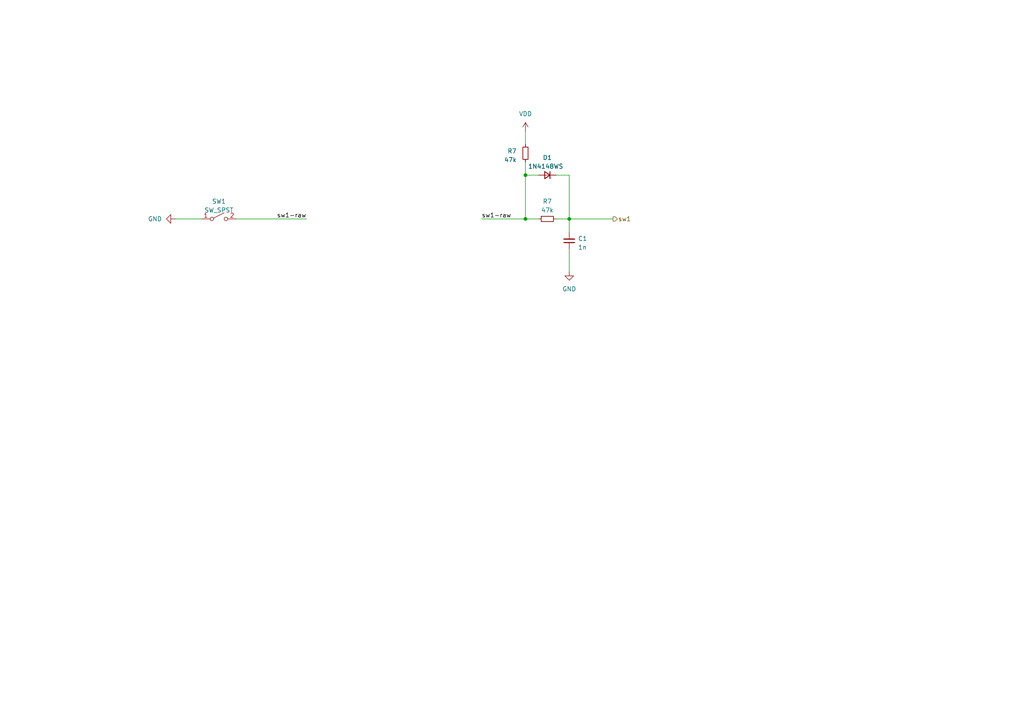
<source format=kicad_sch>
(kicad_sch (version 20230121) (generator eeschema)
  (paper "A4")
  (lib_symbols
    (symbol "Device:C_Small" (pin_numbers hide) (pin_names (offset 0.254) hide)
      (property "Reference" "C" (at 0.254 1.778 0))
      (property "Value" "C_Small" (at 0.254 -2.032 0))
      (symbol "C_Small_0_1"
        (polyline (pts (xy -1.524 -0.508) (xy 1.524 -0.508)) (stroke (width 0.3302)))
        (polyline (pts (xy -1.524 0.508) (xy 1.524 0.508)) (stroke (width 0.3048)))
      )
      (symbol "C_Small_1_1"
        (pin passive line (at 0 2.54 270) (length 2.032) (name "~") (number "1"))
        (pin passive line (at 0 -2.54 90) (length 2.032) (name "~") (number "2"))
      )
    )
    (symbol "Device:D_Small" (pin_numbers hide) (pin_names (offset 0.254) hide)
      (property "Reference" "D" (at -1.27 2.032 0))
      (property "Value" "D_Small" (at -3.81 -2.032 0))
      (symbol "D_Small_0_1"
        (polyline (pts (xy -0.762 -1.016) (xy -0.762 1.016)) (stroke (width 0.254)))
        (polyline (pts (xy -0.762 0) (xy 0.762 0)))
        (polyline (pts (xy 0.762 -1.016) (xy -0.762 0) (xy 0.762 1.016) (xy 0.762 -1.016)) (stroke (width 0.254)))
      )
      (symbol "D_Small_1_1"
        (pin passive line (at -2.54 0 0) (length 1.778) (name "K") (number "1"))
        (pin passive line (at 2.54 0 180) (length 1.778) (name "A") (number "2"))
      )
    )
    (symbol "Device:R_Small" (pin_numbers hide) (pin_names (offset 0.254) hide)
      (property "Reference" "R" (at 0.762 0.508 0))
      (property "Value" "R_Small" (at 0.762 -1.016 0))
      (symbol "R_Small_0_1"
        (rectangle (start -0.762 1.778) (end 0.762 -1.778) (stroke (width 0.2032)))
      )
      (symbol "R_Small_1_1"
        (pin passive line (at 0 2.54 270) (length 0.762) (name "~") (number "1"))
        (pin passive line (at 0 -2.54 90) (length 0.762) (name "~") (number "2"))
      )
    )
    (symbol "Switch:SW_SPST" (pin_names (offset 0) hide)
      (property "Reference" "SW" (at 0 3.175 0))
      (property "Value" "SW_SPST" (at 0 -2.54 0))
      (symbol "SW_SPST_0_0"
        (circle (center -2.032 0) (radius 0.508))
        (polyline (pts (xy -1.524 0.254) (xy 1.524 1.778)))
        (circle (center 2.032 0) (radius 0.508))
      )
      (symbol "SW_SPST_1_1"
        (pin passive line (at -5.08 0 0) (length 2.54) (name "A") (number "1"))
        (pin passive line (at 5.08 0 180) (length 2.54) (name "B") (number "2"))
      )
    )
    (symbol "power:GND" (power) (pin_names (offset 0))
      (property "Value" "GND" (at 0 -3.81 0))
      (symbol "GND_0_1"
        (polyline (pts (xy 0 0) (xy 0 -1.27) (xy 1.27 -1.27) (xy 0 -2.54) (xy -1.27 -1.27) (xy 0 -1.27)))
      )
      (symbol "GND_1_1"
        (pin power_in line (at 0 0 270) (length 0) hide (name "GND") (number "1"))
      )
    )
    (symbol "power:VDD" (power) (pin_names (offset 0))
      (property "Value" "VDD" (at 0 3.81 0))
      (symbol "VDD_0_1"
        (polyline (pts (xy -0.762 1.27) (xy 0 2.54)))
        (polyline (pts (xy 0 0) (xy 0 2.54)))
        (polyline (pts (xy 0 2.54) (xy 0.762 1.27)))
      )
      (symbol "VDD_1_1"
        (pin power_in line (at 0 0 90) (length 0) hide (name "VDD") (number "1"))
      )
    )
  )
  (junction (at 152.4 63.5))
  (junction (at 152.4 50.8))
  (junction (at 165.1 63.5))
  (wire (pts (xy 88.9 63.5) (xy 68.58 63.5)))
  (wire (pts (xy 161.29 63.5) (xy 165.1 63.5)))
  (wire (pts (xy 152.4 46.99) (xy 152.4 50.8)))
  (wire (pts (xy 58.42 63.5) (xy 50.8 63.5)))
  (wire (pts (xy 152.4 50.8) (xy 156.21 50.8)))
  (wire (pts (xy 165.1 63.5) (xy 165.1 67.31)))
  (wire (pts (xy 139.7 63.5) (xy 152.4 63.5)))
  (wire (pts (xy 152.4 50.8) (xy 152.4 63.5)))
  (wire (pts (xy 152.4 38.1) (xy 152.4 41.91)))
  (wire (pts (xy 165.1 63.5) (xy 165.1 50.8)))
  (wire (pts (xy 165.1 72.39) (xy 165.1 78.74)))
  (wire (pts (xy 161.29 50.8) (xy 165.1 50.8)))
  (wire (pts (xy 165.1 63.5) (xy 177.8 63.5)))
  (wire (pts (xy 152.4 63.5) (xy 156.21 63.5)))
  (label "sw1-raw" (at 88.9 63.5 180))
  (label "sw1-raw" (at 139.7 63.5 0))
  (hierarchical_label "sw1" (shape output) (at 177.8 63.5 0))
  (symbol (lib_id "Device:C_Small") (at 165.1 69.85 180) (unit 1)
    (property "Reference" "C1" (at 167.64 69.2086 0) (effects (justify right)))
    (property "Value" "1n" (at 167.64 71.7486 0) (effects (justify right)))
    (property "Footprint" "Capacitor_SMD:C_0402_1005Metric" (effects hide))
    (property "LCSC" "C1523" (effects hide))
    (instances (project "barbecue" (path "" (reference "C1") (unit 1))) (project "bento-vna" (path "" (reference "C11") (unit 1)) (path "" (reference "C17") (unit 1))) (project "fun-blaster" (path "" (reference "C21") (unit 1))))
  )
  (symbol (lib_id "power:GND") (at 165.1 78.74 0) (unit 1)
    (property "Reference" "#PWR0138" (effects hide))
    (property "Value" "GND" (at 165.1 83.82 0))
    (instances (project "barbecue" (path "" (reference "#PWR0138") (unit 1))) (project "bento-vna" (path "" (reference "#PWR017") (unit 1)) (path "" (reference "#PWR037") (unit 1))) (project "fun-blaster" (path "" (reference "#PWR049") (unit 1))))
  )
  (symbol (lib_id "power:VDD") (at 152.4 38.1 0) (unit 1)
    (property "Reference" "#PWR045" (effects hide))
    (property "Value" "VDD" (at 152.4 33.02 0))
  )
  (symbol (lib_id "Device:D_Small") (at 158.75 50.8 180) (unit 1)
    (property "Reference" "D1" (at 158.75 45.72 0))
    (property "Value" "1N4148WS " (at 158.75 48.26 0))
    (property "Footprint" "Diode_SMD:D_SOD-323" (effects hide))
    (property "Sim.Device" "D" (effects hide))
    (property "Sim.Pins" "1=K 2=A" (effects hide))
    (property "LCSC" "C2128" (effects hide))
    (instances (project "bento-vna" (path "" (reference "D1") (unit 1))) (project "fun-blaster" (path "" (reference "D6") (unit 1))))
  )
  (symbol (lib_id "Device:R_Small") (at 158.75 63.5 270) (unit 1)
    (property "Reference" "R7" (at 158.75 58.42 90))
    (property "Value" "47k" (at 158.75 60.96 90))
    (property "Footprint" "Resistor_SMD:R_0402_1005Metric" (effects hide))
    (property "LCSC" "C25792" (effects hide))
    (instances (project "barbecue" (path "" (reference "R7") (unit 1))) (project "bento-vna" (path "" (reference "R21") (unit 1)) (path "" (reference "R24") (unit 1))) (project "fun-blaster" (path "" (reference "R24") (unit 1))))
  )
  (symbol (lib_id "Device:R_Small") (at 152.4 44.45 0) (mirror x) (unit 1)
    (property "Reference" "R7" (at 149.86 43.815 0) (effects (justify right)))
    (property "Value" "47k" (at 149.86 46.355 0) (effects (justify right)))
    (property "Footprint" "Resistor_SMD:R_0402_1005Metric" (effects hide))
    (property "LCSC" "C25792" (effects hide))
    (instances (project "barbecue" (path "" (reference "R7") (unit 1))) (project "bento-vna" (path "" (reference "R21") (unit 1)) (path "" (reference "R24") (unit 1))) (project "fun-blaster" (path "" (reference "R22") (unit 1))))
  )
  (symbol (lib_id "power:GND") (at 50.8 63.5 270) (unit 1)
    (property "Reference" "#PWR0138" (effects hide))
    (property "Value" "GND" (at 46.99 63.5 90) (effects (justify right)))
    (instances (project "barbecue" (path "" (reference "#PWR0138") (unit 1))) (project "bento-vna" (path "" (reference "#PWR017") (unit 1)) (path "" (reference "#PWR035") (unit 1))) (project "fun-blaster" (path "" (reference "#PWR047") (unit 1))))
  )
  (symbol (lib_id "Switch:SW_SPST") (at 63.5 63.5 0) (unit 1)
    (property "Reference" "SW1" (at 63.5 58.42 0))
    (property "Value" "SW_SPST" (at 63.5 60.96 0))
    (property "Footprint" "LCSC:RubberButton" (effects hide))
    (instances (project "bento-vna" (path "" (reference "SW1") (unit 1)) (path "" (reference "SW1") (unit 1))) (project "fun-blaster" (path "" (reference "SW3") (unit 1))))
  )
)
</source>
